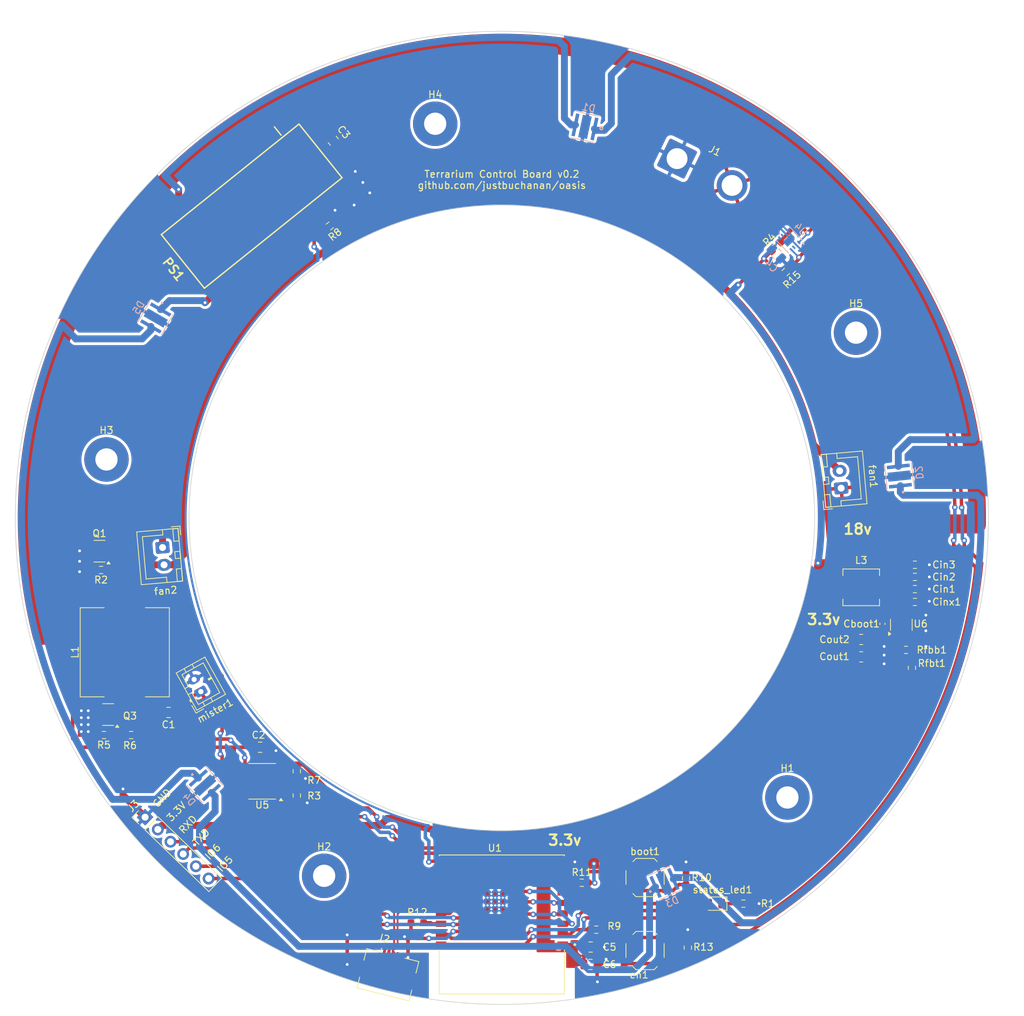
<source format=kicad_pcb>
(kicad_pcb (version 20240108) (generator "pcbnew") (generator_version "8.0")
  (title_block (title "Terrarium Control Board") (rev "feb-2025") (company "Justin Buchanan"))
  (layers (0 "F.Cu" signal) (31 "B.Cu" signal) (34 "B.Paste" user) (35 "F.Paste" user) (36 "B.SilkS" user "B.Silkscreen") (37 "F.SilkS" user "F.Silkscreen") (38 "B.Mask" user) (39 "F.Mask" user) (44 "Edge.Cuts" user))
  (net 0 "")
  (net 1 "GND")
  (net 2 "Net-(status_led1-K)")
  (net 12 "Net-(Q3-D)")
  (net 13 "Net-(D1-K)")
  (net 14 "Net-(D1-A)")
  (net 15 "Net-(mister1-Pin_1)")
  (net 16 "Net-(U1-IO8)")
  (net 17 "Net-(U6-SW)")
  (net 18 "Net-(U1-IO2)")
  (net 19 "Net-(U1-IO9)")
  (net 20 "Net-(U1-EN)")
  (net 21 "Net-(U6-CB)")
  (net 22 "Net-(U6-FB)")
  (net 23 "Net-(J3-Pin_5)")
  (net 24 "Net-(D2-K)")
  (net 25 "Net-(D3-K)")
  (net 26 "Net-(D4-K)")
  (net 27 "Net-(D5-K)")
  (net 28 "Net-(Q1-D)")
  (net 29 "Net-(J3-Pin_4)")
  (net 30 "/fan1_ctl")
  (net 31 "+3.3V")
  (net 32 "/mist_ctl")
  (net 33 "Net-(Q3-G)")
  (net 34 "+18V")
  (net 35 "Net-(J3-Pin_3)")
  (net 36 "/led_ctl")
  (net 39 "/usb_dminus")
  (net 40 "/usb_dplus")
  (net 41 "Net-(R10-Pad2)")
  (net 42 "Net-(J3-Pin_6)")
  (net 44 "unconnected-(H2-Pad1)")
  (net 48 "Net-(Q1-G)")
  (net 49 "Net-(U5-OUTB)")
  (net 50 "Net-(U1-IO0)")
  (net 51 "Net-(R13-Pad2)")
  (net 52 "Net-(U1-IO7)")
  (net 55 "Net-(U1-IO1)")
  (footprint "Capacitor_SMD:C_0805_2012Metric" (layer "F.Cu") (at 65.225 133)
    (property "Reference" "C2")
    (property "Value" ".1uF")
  )
  (footprint "Package_TO_SOT_SMD:SOT-23-6" (layer "F.Cu") (at 157.47 115.3875 90)
    (property "Reference" "U6")
    (property "Value" "LMR54406DBVR")
  )
  (footprint "Resistor_SMD:R_0603_1608Metric_Pad0.98x0.95mm_HandSolder" (layer "F.Cu") (at 46.6625 131.25 180)
    (property "Reference" "R6")
    (property "Value" "10")
  )
  (footprint "MountingHole:MountingHole_3.2mm_M3_Pad" (layer "F.Cu") (at 150.957 73.36)
    (property "Reference" "H5")
    (property "Value" "MountingHole_Pad")
  )
  (footprint "Resistor_SMD:R_0603_1608Metric" (layer "F.Cu") (at 159.425001 112.099998)
    (property "Reference" "Cinx1")
    (property "Value" "100nF")
  )
  (footprint "Package_TO_SOT_SMD:SOT-23-3" (layer "F.Cu") (at 42.1125 104.8 180)
    (property "Reference" "Q1")
    (property "Value" "Q_NMOS_GDS")
  )
  (footprint "Capacitor_SMD:C_0805_2012Metric" (layer "F.Cu") (at 112.775 161.75)
    (property "Reference" "C5")
    (property "Value" "10uF")
  )
  (footprint "Resistor_SMD:R_0603_1608Metric" (layer "F.Cu") (at 159 121.575 90)
    (property "Reference" "Rfbt1")
    (property "Value" "69.8k")
  )
  (footprint "Resistor_SMD:R_0805_2012Metric" (layer "F.Cu") (at 151.699999 117.5)
    (property "Reference" "Cout2")
    (property "Value" "10uF")
  )
  (footprint "Button_Switch_SMD:SW_Push_1P1T_XKB_TS-1187A" (layer "F.Cu") (at 120.6 162.25 180)
    (property "Reference" "en1")
    (property "Value" "SW_Push")
  )
  (footprint "Connector_JST:JST_XH_B2B-XH-A_1x02_P2.50mm_Vertical" (layer "F.Cu") (at 51.186 104.271 -85)
    (property "Reference" "fan2")
    (property "Value" "Conn_01x02")
  )
  (footprint "MountingHole:MountingHole_3.2mm_M3_Pad" (layer "F.Cu") (at 74.433 151.503)
    (property "Reference" "H2")
    (property "Value" "MountingHole_Pad")
  )
  (footprint "Package_SO:SOIC-8-1EP_3.9x4.9mm_P1.27mm_EP2.29x3mm" (layer "F.Cu") (at 65.525 137.905 180)
    (property "Reference" "U5")
    (property "Value" "IX4427N")
  )
  (footprint "lib:MODULE_ESP32-C3-WROOM-02-H4" (layer "F.Cu") (at 100 158.5 180)
    (property "Reference" "U1")
    (property "Value" "ESP32-C3-WROOM-02-N4")
  )
  (footprint "MountingHole:MountingHole_3.2mm_M3_Pad" (layer "F.Cu") (at 43.117 91.6)
    (property "Reference" "H3")
    (property "Value" "MountingHole_Pad")
  )
  (footprint "Button_Switch_SMD:SW_Push_1P1T_XKB_TS-1187A" (layer "F.Cu") (at 120.6 151.75)
    (property "Reference" "boot1")
    (property "Value" "SW_Push")
  )
  (footprint "Resistor_SMD:R_0603_1608Metric_Pad0.98x0.95mm_HandSolder" (layer "F.Cu") (at 140.843602 64.633876 44)
    (property "Reference" "R15")
    (property "Value" "4.7k")
  )
  (footprint "Capacitor_SMD:C_0805_2012Metric" (layer "F.Cu") (at 112.75 164.25)
    (property "Reference" "C6")
    (property "Value" ".1uF")
  )
  (footprint "Connector_Wire:SolderWire-2.5sqmm_1x02_P8.8mm_D2.4mm_OD4.4mm" (layer "F.Cu") (at 125.206 48.319 -26)
    (property "Reference" "J1")
    (property "Value" "Conn_01x02")
  )
  (footprint "Resistor_SMD:R_0603_1608Metric_Pad0.98x0.95mm_HandSolder" (layer "F.Cu") (at 139.5 61 44)
    (property "Reference" "R4")
    (property "Value" "4.7k")
  )
  (footprint "LDD-700LS-SOP254P1280X930-16N:LDD-700LS-SOP254P1280X930-16N" (layer "F.Cu") (at 64.009 55.157 -51.25)
    (property "Reference" "PS1")
    (property "Value" "LDD-700LS" (hide yes))
  )
  (footprint "Resistor_SMD:R_0603_1608Metric" (layer "F.Cu") (at 159.425 106.75)
    (property "Reference" "Cin3")
    (property "Value" "1uF")
  )
  (footprint "MountingHole:MountingHole_3.2mm_M3_Pad" (layer "F.Cu") (at 90.411 43.305)
    (property "Reference" "H4")
    (property "Value" "MountingHole_Pad")
  )
  (footprint "Resistor_SMD:R_0603_1608Metric" (layer "F.Cu") (at 158.15 119 180)
    (property "Reference" "Rfbb1")
    (property "Value" "22.1k")
  )
  (footprint "Connector_PinHeader_2.54mm:PinHeader_1x06_P2.54mm_Vertical" (layer "F.Cu") (at 48.675 143.067 46)
    (property "Reference" "J3")
    (property "Value" "Conn_01x06")
  )
  (footprint "Resistor_SMD:R_0603_1608Metric_Pad0.98x0.95mm_HandSolder" (layer "F.Cu") (at 70.5 136.4525 -90)
    (property "Reference" "R7")
    (property "Value" "10k")
  )
  (footprint "Resistor_SMD:R_0603_1608Metric_Pad0.98x0.95mm_HandSolder" (layer "F.Cu") (at 126.75 161.8375 -90)
    (property "Reference" "R13")
    (property "Value" "1k")
  )
  (footprint "Inductor_SMD:L_SXN_SMDRI127" (layer "F.Cu") (at 45.75 119.341 90)
    (property "Reference" "L1")
    (property "Value" "330uH")
  )
  (footprint "Capacitor_SMD:C_0805_2012Metric" (layer "F.Cu") (at 75.75 45.75 128.75)
    (property "Reference" "C3")
    (property "Value" ".1uF")
  )
  (footprint "Capacitor_SMD:C_0402_1005Metric" (layer "F.Cu") (at 154.75 115.25 -90)
    (property "Reference" "Cboot1")
    (property "Value" "100nF")
  )
  (footprint "Connector_JST:JST_XH_B2B-XH-A_1x02_P2.50mm_Vertical" (layer "F.Cu") (at 148.814 95.729 95)
    (property "Reference" "fan1")
    (property "Value" "Conn_01x02")
  )
  (footprint "Resistor_SMD:R_0603_1608Metric" (layer "F.Cu") (at 159.425001 110.25)
    (property "Reference" "Cin1")
    (property "Value" "1uF")
  )
  (footprint "Resistor_SMD:R_0603_1608Metric_Pad0.98x0.95mm_HandSolder" (layer "F.Cu") (at 126.5 151.8375 -90)
    (property "Reference" "R10")
    (property "Value" "10k")
  )
  (footprint "Resistor_SMD:R_0603_1608Metric_Pad0.98x0.95mm_HandSolder" (layer "F.Cu") (at 42.75 131.25 180)
    (property "Reference" "R5")
    (property "Value" "10k")
  )
  (footprint "Resistor_SMD:R_0603_1608Metric_Pad0.98x0.95mm_HandSolder" (layer "F.Cu") (at 113.5875 159.25 180)
    (property "Reference" "R9")
    (property "Value" "10k")
  )
  (footprint "Package_TO_SOT_SMD:SOT-23-3" (layer "F.Cu") (at 43.3625 128.3 180)
    (property "Reference" "Q3")
    (property "Value" "Q_NMOS_GDS")
  )
  (footprint "Inductor_SMD:L_Vishay_IHLP-2020" (layer "F.Cu") (at 151.699998 110 180)
    (property "Reference" "L3")
    (property "Value" "10uH")
  )
  (footprint "Resistor_SMD:R_0603_1608Metric_Pad0.98x0.95mm_HandSolder" (layer "F.Cu") (at 70.5 139.9525 -90)
    (property "Reference" "R3")
    (property "Value" "10k")
  )
  (footprint "Capacitor_SMD:C_0805_2012Metric" (layer "F.Cu") (at 52.05 128)
    (property "Reference" "C1")
    (property "Value" ".1uF")
  )
  (footprint "Resistor_SMD:R_0603_1608Metric" (layer "F.Cu") (at 159.425001 108.5)
    (property "Reference" "Cin2")
    (property "Value" "1uF")
  )
  (footprint "Connector_JST:JST_PH_B2B-PH-K_1x02_P2.00mm_Vertical" (layer "F.Cu") (at 56.699 125 119)
    (property "Reference" "mister1")
    (property "Value" "Conn_01x02")
  )
  (footprint "Resistor_SMD:R_0603_1608Metric_Pad0.98x0.95mm_HandSolder" (layer "F.Cu") (at 75.25 58 38.75)
    (property "Reference" "R8")
    (property "Value" "10k")
  )
  (footprint "Resistor_SMD:R_0603_1608Metric_Pad0.98x0.95mm_HandSolder" (layer "F.Cu") (at 111.5 152.5 180)
    (property "Reference" "R11")
    (property "Value" "10k")
  )
  (footprint "LED_SMD:LED_0805_2012Metric" (layer "F.Cu") (at 130.6875 155.5 180)
    (property "Reference" "status_led1")
    (property "Value" "LED")
  )
  (footprint "Connector_USB:USB_Micro-B_Amphenol_10104110_Horizontal" (layer "F.Cu") (at 83.912 164.525 -14)
    (property "Reference" "J2")
    (property "Value" "USB_B_Micro")
  )
  (footprint "Resistor_SMD:R_0603_1608Metric_Pad0.98x0.95mm_HandSolder" (layer "F.Cu") (at 42.3375 107.5 180)
    (property "Reference" "R2")
    (property "Value" "10k")
  )
  (footprint "Resistor_SMD:R_0805_2012Metric" (layer "F.Cu") (at 151.699999 120)
    (property "Reference" "Cout1")
    (property "Value" "10uF")
  )
  (footprint "MountingHole:MountingHole_3.2mm_M3_Pad" (layer "F.Cu") (at 141.082 140.231)
    (property "Reference" "H1")
    (property "Value" "MountingHole_Pad")
  )
  (footprint "Resistor_SMD:R_0603_1608Metric_Pad0.98x0.95mm_HandSolder" (layer "F.Cu") (at 87.8375 158.25 180)
    (property "Reference" "R12")
    (property "Value" "10k")
  )
  (footprint "Resistor_SMD:R_0603_1608Metric_Pad0.98x0.95mm_HandSolder" (layer "F.Cu") (at 134.75 155.5 180)
    (property "Reference" "R1")
    (property "Value" "470")
  )
  (footprint "lib:LED_XTEAWT-00-0000-000000F51" (layer "B.Cu") (at 111.955 43.757 168)
    (property "Reference" "D1")
    (property "Value" "LED_Pad")
  )
  (footprint "lib:LED_XTEAWT-00-0000-000000F51" (layer "B.Cu") (at 50.204 71.25 -120)
    (property "Reference" "D5")
    (property "Value" "LED_Pad")
  )
  (footprint "lib:LED_XTEAWT-00-0000-000000F51" (layer "B.Cu") (at 57.269 138.475 -48)
    (property "Reference" "D4")
    (property "Value" "LED_Pad")
  )
  (footprint "lib:LED_XTEAWT-00-0000-000000F51" (layer "B.Cu") (at 157.185 93.99 96)
    (property "Reference" "D2")
    (property "Value" "LED_Pad")
  )
  (footprint "Capacitor_SMD:C_0805_2012Metric" (layer "B.Cu") (at 139.5 62 134)
    (property "Reference" "C4")
    (property "Value" ".1uF")
  )
  (footprint "Sensor_Humidity:Sensirion_DFN-8-1EP_2.5x2.5mm_P0.5mm_EP1.1x1.7mm" (layer "B.Cu") (at 141.362 60.057 134)
    (property "Reference" "U4")
    (property "Value" "SHT30-DIS")
  )
  (footprint "lib:LED_XTEAWT-00-0000-000000F51" (layer "B.Cu") (at 123.387 152.529 24)
    (property "Reference" "D3")
    (property "Value" "LED_Pad")
  )
  (gr_arc (start 149.82373 57.96123) (mid 160.965373 76.915685) (end 165.172083 98.496027) (stroke (width 0.5)) (layer "F.Cu") (net 55))
  (gr_arc (start 169.028757 106.526357) (mid 158.372641 137.41921) (end 134.75 160) (stroke (width 0.5)) (layer "F.Cu") (net 50))
  (gr_arc (start 150.020897 56.698328) (mid 161.733441 76.206994) (end 166.143514 98.530143) (stroke (width 0.5)) (layer "F.Cu") (net 50))
  (gr_arc (start 168.133278 107.626859) (mid 157.835568 136.815207) (end 135.75 158.499999) (stroke (width 0.5)) (layer "F.Cu") (net 55))
  (gr_arc (start 33.75 117) (mid 91.928023 32.081625) (end 168.389076 100.998388) (stroke (width 2.5)) (layer "F.Cu") (net 34))
  (gr_arc (start 54.250001 105.25) (mid 92.101972 54.632102) (end 144.832658 89.480606) (stroke (width 1)) (layer "F.Cu") (net 28))
  (gr_arc (start 145.479364 106.514592) (mid 123.70787 139.354153) (end 84.5 143.25) (stroke (width 1)) (layer "F.Cu") (net 31))
  (gr_arc (start 118.5 33.500001) (mid 151.27464 53.789491) (end 168.058949 88.490031) (stroke (width 1)) (layer "B.Cu") (net 13))
  (gr_arc (start 44.000001 140.499999) (mid 31.280008 107.335701) (end 36.712724 72.233643) (stroke (width 1)) (layer "B.Cu") (net 26))
  (gr_arc (start 168.858983 97.291974) (mid 161.179046 132.082518) (end 137 158.25) (stroke (width 1)) (layer "B.Cu") (net 24))
  (gr_arc (start 51.5 50.75) (mid 77.638037 34.595451) (end 108.195128 31.365809) (stroke (width 1)) (layer "B.Cu") (net 14))
  (gr_arc (start 89.417279 144.255011) (mid 55.340028 108.717046) (end 73.552066 62.972892) (stroke (width 0.3)) (layer "B.Cu") (net 36))
  (gr_arc (start 132.786326 67.78887) (mid 143.667208 85.658629) (end 145.499999 106.5) (stroke (width 1)) (layer "B.Cu") (net 31))
  (gr_circle (center 100 100) (end 170 100) (stroke (width 0.1)) (fill none) (layer "Edge.Cuts"))
  (gr_circle (center 100 100) (end 145 100) (stroke (width 0.1)) (fill none) (layer "Edge.Cuts"))
  (gr_text "IO6" (at 57.5 149 46) (layer "F.SilkS") (effects (font (size 1 1)) (justify left)))
  (gr_text "18v" (at 149 102.5 0) (layer "F.SilkS") (effects (font (size 1.5 1.5) (thickness 0.3) (bold yes)) (justify left bottom)))
  (gr_text "3.3V" (at 52 143.5 46) (layer "F.SilkS") (effects (font (size 1 1)) (justify left)))
  (gr_text "GND" (at 50 141.5 46) (layer "F.SilkS") (effects (font (size 1 1)) (justify left)))
  (gr_text "Terrarium Control Board v0.2\ngithub.com/justbuchanan/oasis" (at 100 52.75 0) (layer "F.SilkS") (effects (font (size 1 1)) (justify bottom)))
  (gr_text "TXD" (at 55.75 147 46) (layer "F.SilkS") (effects (font (size 1 1)) (justify left)))
  (gr_text "3.3v" (at 106.5 147.25 0) (layer "F.SilkS") (effects (font (size 1.5 1.5) (thickness 0.3) (bold yes)) (justify left bottom)))
  (gr_text "3.3v" (at 143.75 115.5 0) (layer "F.SilkS") (effects (font (size 1.5 1.5) (thickness 0.3) (bold yes)) (justify left bottom)))
  (gr_text "RXD" (at 53.75 145.25 46) (layer "F.SilkS") (effects (font (size 1 1)) (justify left)))
  (gr_text "IO5" (at 59.25 150.75 46) (layer "F.SilkS") (effects (font (size 1 1)) (justify left)))
  (segment (start 86.41446 163.33554) (end 86.5 163.25) (width 0.5) (layer "F.Cu") (net 1))
  (segment (start 69.675 137.365) (end 70.5 137.365) (width 0.5) (layer "F.Cu") (net 1))
  (segment (start 113.725 161.75) (end 114.75 161.75) (width 0.5) (layer "F.Cu") (net 1))
  (segment (start 126.5 150.925) (end 126.5 149.5) (width 0.5) (layer "F.Cu") (net 1))
  (segment (start 77.75 164.25) (end 78 164.5) (width 0.5) (layer "F.Cu") (net 1))
  (segment (start 98.49 155.2) (end 99.04 155.2) (width 0.5) (layer "F.Cu") (net 1))
  (segment (start 81.852664 164.879177) (end 82.481661 165.508174) (width 0.25) (layer "F.Cu") (net 1))
  (segment (start 99.04 155.2) (end 99.59 155.2) (width 0.5) (layer "F.Cu") (net 1))
  (segment (start 79.579716 164.5) (end 79.958893 164.879177) (width 0.5) (layer "F.Cu") (net 1))
  (segment (start 100.14 156.3) (end 99.59 156.3) (width 0.5) (layer "F.Cu") (net 1))
  (segment (start 71.75 137.5) (end 71.615 137.365) (width 0.5) (layer "F.Cu") (net 1))
  (segment (start 99.04 154.1) (end 99.04 154.65) (width 0.5) (layer "F.Cu") (net 1))
  (segment (start 86.5 164.277938) (end 86.5 163.25) (width 0.5) (layer "F.Cu") (net 1))
  (segment (start 110.4 149.4) (end 110.5 149.5) (width 0.5) (layer "F.Cu") (net 1))
  (segment (start 99.59 155.2) (end 100.14 155.2) (width 0.5) (layer "F.Cu") (net 1))
  (segment (start 97.94 156.3) (end 98.49 156.3) (width 0.5) (layer "F.Cu") (net 1))
  (segment (start 71.615 137.365) (end 70.5 137.365) (width 0.5) (layer "F.Cu") (net 1))
  (segment (start 97.94 154.1) (end 98.49 154.1) (width 0.5) (layer "F.Cu") (net 1))
  (segment (start 82.481661 165.508174) (end 84.15692 165.508174) (width 0.25) (layer "F.Cu") (net 1))
  (segment (start 114.25 164.25) (end 115 163.5) (width 0.5) (layer "F.Cu") (net 1))
  (segment (start 97.94 154.65) (end 97.94 155.2) (width 0.5) (layer "F.Cu") (net 1))
  (segment (start 99.04 154.1) (end 99.59 154.1) (width 0.5) (layer "F.Cu") (net 1))
  (segment (start 45.5 139.892) (end 45.5 139) (width 1) (layer "F.Cu") (net 1))
  (segment (start 77.75 164.25) (end 77.75 160) (width 0.5) (layer "F.Cu") (net 1))
  (segment (start 69.58 137.27) (end 69.675 137.365) (width 0.5) (layer "F.Cu") (net 1))
  (segment (start 99.59 154.1) (end 100.14 154.1) (width 0.5) (layer "F.Cu") (net 1))
  (segment (start 86.5 163.25) (end 86.5 160.75) (width 0.5) (layer "F.Cu") (net 1))
  (segment (start 99.04 156.3) (end 99.04 155.75) (width 0.5) (layer "F.Cu") (net 1))
  (segment (start 48.675 143.067) (end 45.5 139.892) (width 1) (layer "F.Cu") (net 1))
  (segment (start 66.175 133) (end 67 133) (width 0.5) (layer "F.Cu") (net 1))
  (segment (start 70.5 140.865) (end 71.865 140.865) (width 0.5) (layer "F.Cu") (net 1))
  (segment (start 78 164.5) (end 79.579716 164.5) (width 0.5) (layer "F.Cu") (net 1))
  (segment (start 39.3 104.8) (end 39.25 104.75) (width 0.5) (layer "F.Cu") (net 1))
  (segment (start 97.94 154.65) (end 97.94 154.1) (width 0.5) (layer "F.Cu") (net 1))
  (segment (start 108.75 149.4) (end 110.4 149.4) (width 0.5) (layer "F.Cu") (net 1))
  (segment (start 99.59 156.3) (end 99.04 156.3) (width 0.5) (layer "F.Cu") (net 1))
  (segment (start 68 137.27) (end 69.58 137.27) (width 0.5) (layer "F.Cu") (net 1))
  (segment (start 86.5 164.277938) (end 84.713342 166.064596) (width 0.25) (layer "F.Cu") (net 1))
  (segment (start 79.958892 164.879177) (end 81.852664 164.879177) (width 0.25) (layer "F.Cu") (net 1))
  (segment (start 113.7 166.7) (end 113.75 166.75) (width 0.5) (layer "F.Cu") (net 1))
  (segment (start 98.49 156.3) (end 99.04 156.3) (width 0.5) (layer "F.Cu") (net 1))
  (segment (start 98.49 154.1) (end 99.04 154.1) (width 0.5) (layer "F.Cu") (net 1))
  (segment (start 99.04 155.2) (end 99.04 155.75) (width 0.5) (layer "F.Cu") (net 1))
  (segment (start 97.94 155.2) (end 98.49 155.2) (width 0.5) (layer "F.Cu") (net 1))
  (segment (start 100.14 155.75) (end 100.14 156.3) (width 0.5) (layer "F.Cu") (net 1))
  (segment (start 99.04 155.2) (end 99.04 154.65) (width 0.5) (layer "F.Cu") (net 1))
  (segment (start 84.713342 166.064596) (end 86.607114 166.064596) (width 0.25) (layer "F.Cu") (net 1))
  (segment (start 100.14 155.2) (end 100.14 155.75) (width 0.5) (layer "F.Cu") (net 1))
  (segment (start 86.607114 166.064596) (end 87.23611 166.693592) (width 0.25) (layer "F.Cu") (net 1))
  (segment (start 87.792519 167.25) (end 87.236111 166.693592) (width 0.5) (layer "F.Cu") (net 1))
  (segment (start 135.6625 155.5) (end 137 155.5) (width 0.5) (layer "F.Cu") (net 1))
  (segment (start 84.15692 165.508174) (end 84.713342 166.064596) (width 0.25) (layer "F.Cu") (net 1))
  (segment (start 113.7 164.25) (end 114.25 164.25) (width 0.5) (layer "F.Cu") (net 1))
  (segment (start 113.7 164.25) (end 113.7 166.7) (width 0.5) (layer "F.Cu") (net 1))
  (segment (start 86.5 160.75) (end 86 160.25) (width 0.5) (layer "F.Cu") (net 1))
  (segment (start 85.548363 163.33554) (end 86.41446 163.33554) (width 0.5) (layer "F.Cu") (net 1))
  (segment (start 126.75 159.25) (end 126.75 160.925) (width 0.5) (layer "F.Cu") (net 1))
  (segment (start 97.94 155.2) (end 97.94 155.75) (width 0.5) (layer "F.Cu") (net 1))
  (segment (start 67 133) (end 67.5 133.5) (width 0.5) (layer "F.Cu") (net 1))
  (segment (start 100.14 154.1) (end 100.14 154.65) (width 0.5) (layer "F.Cu") (net 1))
  (segment (start 71.865 140.865) (end 72 141) (width 0.5) (layer "F.Cu") (net 1))
  (segment (start 100.14 154.65) (end 100.14 155.2) (width 0.5) (layer "F.Cu") (net 1))
  (segment (start 97.94 156.3) (end 97.94 155.75) (width 0.5) (layer "F.Cu") (net 1))
  (via (at 161.5 106.75) (size 0.8) (drill 0.4) (layers "F.Cu" "B.Cu") (net 1))
  (via (at 86.5 163.25) (size 0.8) (drill 0.4) (layers "F.Cu" "B.Cu") (net 1))
  (via (at 71.75 137.5) (size 0.8) (drill 0.4) (layers "F.Cu" "B.Cu") (net 1))
  (via (at 155 121) (size 0.8) (drill 0.4) (layers "F.Cu" "B.Cu") (net 1))
  (via (at 161.5 110.25) (size 0.8) (drill 0.4) (layers "F.Cu" "B.Cu") (net 1))
  (via (at 155 118.5) (size 0.8) (drill 0.4) (layers "F.Cu" "B.Cu") (net 1))
  (via (at 39.5 128.75) (size 0.8) (drill 0.4) (layers "F.Cu" "B.Cu") (net 1))
  (via (at 40.5 128.75) (size 0.8) (drill 0.4) (layers "F.Cu" "B.Cu") (net 1))
  (via (at 113.75 166.75) (size 0.8) (drill 0.4) (layers "F.Cu" "B.Cu") (net 1))
  (via (at 115 163.5) (size 0.8) (drill 0.4) (layers "F.Cu" "B.Cu") (net 1))
  (via (at 77.75 164.25) (size 0.8) (drill 0.4) (layers "F.Cu" "B.Cu") (net 1))
  (via (at 39.25 104.75) (size 0.8) (drill 0.4) (layers "F.Cu" "B.Cu") (net 1))
  (via (at 39.5 130.75) (size 0.8) (drill 0.4) (layers "F.Cu" "B.Cu") (net 1))
  (via (at 45.5 139) (size 0.8) (drill 0.4) (layers "F.Cu" "B.Cu") (net 1))
  (via (at 39.25 106.25) (size 0.8) (drill 0.4) (layers "F.Cu" "B.Cu") (net 1))
  (via (at 137 155.5) (size 0.8) (drill 0.4) (layers "F.Cu" "B.Cu") (net 1))
  (via (at 114.75 161.75) (size 0.8) (drill 0.4) (layers "F.Cu" "B.Cu") (net 1))
  (via (at 67.5 133.5) (size 0.8) (drill 0.4) (layers "F.Cu" "B.Cu") (net 1))
  (via (at 161 114) (size 0.8) (drill 0.4) (layers "F.Cu" "B.Cu") (net 1))
  (via (at 39.25 107.75) (size 0.8) (drill 0.4) (layers "F.Cu" "B.Cu") (net 1))
  (via (at 161 116.25) (size 0.8) (drill 0.4) (layers "F.Cu" "B.Cu") (net 1))
  (via (at 39.5 129.75) (size 0.8) (drill 0.4) (layers "F.Cu" "B.Cu") (net 1))
  (via (at 39.5 127.75) (size 0.8) (drill 0.4) (layers "F.Cu" "B.Cu") (net 1))
  (via (at 161.5 108.5) (size 0.8) (drill 0.4) (layers "F.Cu" "B.Cu") (net 1))
  (via (at 161.5 112) (size 0.8) (drill 0.4) (layers "F.Cu" "B.Cu") (net 1))
  (via (at 78.75 55) (size 0.8) (drill 0.4) (layers "F.Cu" "B.Cu") (net 1))
  (via (at 72 141) (size 0.8) (drill 0.4) (layers "F.Cu" "B.Cu") (net 1))
  (via (at 80 51.75) (size 0.8) (drill 0.4) (layers "F.Cu" "B.Cu") (net 1))
  (via (at 86 160.25) (size 0.8) (drill 0.4) (layers "F.Cu" "B.Cu") (net 1))
  (via (at 155 119.75) (size 0.8) (drill 0.4) (layers "F.Cu" "B.Cu") (net 1))
  (via (at 110.5 149.5) (size 0.8) (drill 0.4) (layers "F.Cu" "B.Cu") (net 1))
  (via (at 161 118.5) (size 0.8) (drill 0.4) (layers "F.Cu" "B.Cu") (net 1))
  (via (at 126.75 159.25) (size 0.8) (drill 0.4) (layers "F.Cu" "B.Cu") (net 1))
  (via (at 78.912498 50.162498) (size 0.8) (drill 0.4) (layers "F.Cu" "B.Cu") (net 1))
  (via (at 40.5 127.75) (size 0.8) (drill 0.4) (layers "F.Cu" "B.Cu") (net 1))
  (via (at 77.75 160) (size 0.8) (drill 0.4) (layers "F.Cu" "B.Cu") (net 1))
  (via (at 81 53.25) (size 0.8) (drill 0.4) (layers "F.Cu" "B.Cu") (net 1))
  (via (at 40.5 130.75) (size 0.8) (drill 0.4) (layers "F.Cu" "B.Cu") (net 1))
  (via (at 76 55.75) (size 0.8) (drill 0.4) (layers "F.Cu" "B.Cu") (net 1))
  (via (at 126.5 149.5) (size 0.8) (drill 0.4) (layers "F.Cu" "B.Cu") (net 1))
  (via (at 40.5 129.75) (size 0.8) (drill 0.4) (layers "F.Cu" "B.Cu") (net 1))
  (segment (start 141.5 59.105501) (end 141.5 59.919) (width 0.25) (layer "B.Cu") (net 1))
  (segment (start 141.686499 60.057) (end 141.362 60.057) (width 0.25) (layer "B.Cu") (net 1))
  (segment (start 141.5 59.919) (end 141.362 60.057) (width 0.25) (layer "B.Cu") (net 1))
  (segment (start 141.085281 58.690782) (end 141.5 59.105501) (width 0.25) (layer "B.Cu") (net 1))
  (segment (start 141.362 59.6745) (end 141.362 60.057) (width 0.25) (layer "B.Cu") (net 1))
  (segment (start 142.358059 60.72856) (end 141.686499 60.057) (width 0.25) (layer "B.Cu") (net 1))
  (segment (start 142.358059 60.72856) (end 143.129499 61.5) (width 0.25) (layer "B.Cu") (net 1))
  (segment (start 140.725611 59.038111) (end 140.09375 58.40625) (width 0.25) (layer "B.Cu") (net 1))
  (segment (start 140.725611 59.038111) (end 141.362 59.6745) (width 0.25) (layer "B.Cu") (net 1))
  (segment (start 131.625 155.5) (end 133.8375 155.5) (width 0.5) (layer "F.Cu") (net 2))
  (segment (start 115.75 43.25) (end 115.75 36.250001) (width 1) (layer "B.Cu") (net 13))
  (segment (start 158.75 88.75) (end 167.79898 88.75) (width 1) (layer "B.Cu") (net 13))
  (segment (start 113.526331 44.25) (end 114.75 44.25) (width 1) (layer "B.Cu") (net 13))
  (segment (start 157.038662 92.597669) (end 157.038662 90.461338) (width 1) (layer "B.Cu") (net 13))
  (segment (start 115.75 36.250001) (end 118.5 33.500001) (width 1) (layer "B.Cu") (net 13))
  (segment (start 157.038662 90.461338) (end 158.75 88.75) (width 1) (layer "B.Cu") (net 13))
  (segment (start 113.324408 44.048077) (end 113.526331 44.25) (width 1) (layer "B.Cu") (net 13))
  (segment (start 114.75 44.25) (end 115.75 43.25) (width 1) (layer "B.Cu") (net 13))
  (segment (start 167.79898 88.75) (end 168.058949 88.490031) (width 1) (layer "B.Cu") (net 13))
  (segment (start 54.648064 55) (end 55.254248 54.393816) (width 1) (layer "F.Cu") (net 14))
  (segment (start 54.25 55.007003) (end 53.273342 55.983661) (width 1) (layer "F.Cu") (net 14))
  (segment (start 53.5 54.25) (end 54.25 55) (width 1) (layer "F.Cu") (net 14))
  (segment (start 54.25 55) (end 54.648064 55) (width 1) (layer "F.Cu") (net 14))
  (segment (start 54.25 55) (end 54.25 55.007003) (width 1) (layer "F.Cu") (net 14))
  (segment (start 53.5 52.75) (end 53.5 54.25) (width 1) (layer "F.Cu") (net 14))
  (via (at 53.5 52.75) (size 0.8) (drill 0.4) (layers "F.Cu" "B.Cu") (net 14))
  (segment (start 108 31.592572) (end 108.19084 31.401732) (width 0.5) (layer "B.Cu") (net 14))
  (segment (start 53.5 52.75) (end 51.5 50.75) (width 1) (layer "B.Cu") (net 14))
  (segment (start 109 32.170681) (end 108.195128 31.365809) (width 1) (layer "B.Cu") (net 14))
  (segment (start 109.965924 43.465924) (end 109 42.5) (width 1) (layer "B.Cu") (net 14))
  (segment (start 109 42.5) (end 109 32.170681) (width 1) (layer "B.Cu") (net 14))
  (segment (start 110.585593 43.465924) (end 109.965924 43.465924) (width 1) (layer "B.Cu") (net 14))
  (segment (start 110.4875 152.4) (end 110.5875 152.5) (width 0.5) (layer "F.Cu") (net 16))
  (segment (start 108.75 152.4) (end 110.4875 152.4) (width 0.5) (layer "F.Cu") (net 16))
  (segment (start 88.75 158.25) (end 89.75 158.25) (width 0.5) (layer "F.Cu") (net 18))
  (segment (start 89.75 158.25) (end 89.9 158.4) (width 0.5) (layer "F.Cu") (net 18))
  (segment (start 89.9 158.4) (end 91.25 158.4) (width 0.5) (layer "F.Cu") (net 18))
  (segment (start 115.875 149.875) (end 117.6 149.875) (width 0.5) (layer "F.Cu") (net 19))
  (segment (start 117.6 149.875) (end 123.6 149.875) (width 0.5) (layer "F.Cu") (net 19))
  (segment (start 114.85 150.9) (end 115.875 149.875) (width 0.5) (layer "F.Cu") (net 19))
  (segment (start 108.75 150.9) (end 114.85 150.9) (width 0.5) (layer "F.Cu") (net 19))
  (segment (start 117.6 159.35) (end 117.6 160.375) (width 0.5) (layer "F.Cu") (net 20))
  (segment (start 112.675 159.25) (end 113.675 158.25) (width 0.5) (layer "F.Cu") (net 20))
  (segment (start 110.5 159.25) (end 112.675 159.25) (width 0.5) (layer "F.Cu") (net 20))
  (segment (start 117.6 160.375) (end 123.6 160.375) (width 0.5) (layer "F.Cu") (net 20))
  (segment (start 116.5 158.25) (end 117.6 159.35) (width 0.5) (layer "F.Cu") (net 20))
  (segment (start 113.675 158.25) (end 116.5 158.25) (width 0.5) (layer "F.Cu") (net 20))
  (segment (start 108.75 159.9) (end 109.85 159.9) (width 0.5) (layer "F.Cu") (net 20))
  (segment (start 109.85 159.9) (end 110.5 159.25) (width 0.5) (layer "F.Cu") (net 20))
  (segment (start 156.025 116.525) (end 155.23 115.73) (width 0.5) (layer "F.Cu") (net 21))
  (segment (start 155.23 115.73) (end 154.75 115.73) (width 0.5) (layer "F.Cu") (net 21))
  (segment (start 156.52 116.525) (end 156.025 116.525) (width 0.5) (layer "F.Cu") (net 21))
  (segment (start 158.975 119) (end 158.975 120.725) (width 0.5) (layer "F.Cu") (net 22))
  (segment (start 158.42 116.525) (end 158.42 117.67) (width 0.5) (layer "F.Cu") (net 22))
  (segment (start 158.42 117.67) (end 158.975 118.225) (width 0.5) (layer "F.Cu") (net 22))
  (segment (start 158.975 118.225) (end 158.975 119) (width 0.5) (layer "F.Cu") (net 22))
  (segment (start 158.975 120.725) (end 159 120.75) (width 0.5) (layer "F.Cu") (net 22))
  (segment (start 55.983493 150.124729) (end 65.124729 150.124729) (width 0.5) (layer "F.Cu") (net 23))
  (segment (start 107.5 155.4) (end 108.75 155.4) (width 0.5) (layer "F.Cu") (net 23))
  (segment (start 104.5 155.25) (end 102.75 155.25) (width 0.5) (layer "F.Cu") (net 23))
  (segment (start 72 157) (end 83.25 157) (width 0.5) (layer "F.Cu") (net 23))
  (segment (start 100.434359 157.565641) (end 93.043761 157.565641) (width 0.5) (layer "F.Cu") (net 23))
  (segment (start 83.25 157) (end 83.5 157.25) (width 0.5) (layer "F.Cu") (net 23))
  (segment (start 65.124729 150.124729) (end 72 157) (width 0.5) (layer "F.Cu") (net 23))
  (segment (start 102.75 155.25) (end 100.434359 157.565641) (width 0.5) (layer "F.Cu") (net 23))
  (via (at 83.5 157.25) (size 0.8) (drill 0.4) (layers "F.Cu" "B.Cu") (net 23))
  (via (at 104.5 155.25) (size 0.8) (drill 0.4) (layers "F.Cu" "B.Cu") (net 23))
  (via (at 107.5 155.4) (size 0.8) (drill 0.4) (layers "F.Cu" "B.Cu") (net 23))
  (via (at 93.043761 157.565641) (size 0.8) (drill 0.4) (layers "F.Cu" "B.Cu") (net 23))
  (segment (start 92.97812 157.5) (end 83.75 157.5) (width 0.5) (layer "B.Cu") (net 23))
  (segment (start 107.2 155.25) (end 107.35 155.4) (width 0.5) (layer "B.Cu") (net 23))
  (segment (start 93.043761 157.565641) (end 92.97812 157.5) (width 0.5) (layer "B.Cu") (net 23))
  (segment (start 107.35 155.4) (end 107.5 155.4) (width 0.5) (layer "B.Cu") (net 23))
  (segment (start 83.75 157.5) (end 83.5 157.25) (width 0.5) (layer "B.Cu") (net 23))
  (segment (start 104.5 155.25) (end 107.2 155.25) (width 0.5) (layer "B.Cu") (net 23))
  (segment (start 124.665965 151.959568) (end 124.875533 151.75) (width 1) (layer "B.Cu") (net 24))
  (segment (start 134.5 158.25) (end 137 158.25) (width 1) (layer "B.Cu") (net 24))
  (segment (start 124.875533 151.75) (end 128 151.75) (width 1) (layer "B.Cu") (net 24))
  (segment (start 128 151.75) (end 134.5 158.25) (width 1) (layer "B.Cu") (net 24))
  (segment (start 157.33134 95.382331) (end 157.33134 96.33134) (width 1) (layer "B.Cu") (net 24))
  (segment (start 157.33134 96.33134) (end 157.75 96.75) (width 1) (layer "B.Cu") (net 24))
  (segment (start 168.858983 97.291974) (end 168.317009 96.75) (width 1) (layer "B.Cu") (net 24))
  (segment (start 157.75 96.75) (end 168.317009 96.75) (width 1) (layer "B.Cu") (net 24))
  (segment (start 121.25 162.75) (end 119 165) (width 1) (layer "B.Cu") (net 25))
  (segment (start 109.15 161.65) (end 70.801754 161.65) (width 1) (layer "B.Cu") (net 25))
  (segment (start 121.25 153.956467) (end 121.25 162.75) (width 1) (layer "B.Cu") (net 25))
  (segment (start 70.801754 161.65) (end 56.5 147.348246) (width 1) (layer "B.Cu") (net 25))
  (segment (start 122.108035 153.098432) (end 121.25 153.956467) (width 1) (layer "B.Cu") (net 25))
  (segment (start 56.5 147.348246) (end 56.5 144.5) (width 1) (layer "B.Cu") (net 25))
  (segment (start 58.75 140.05962) (end 58.205783 139.515403) (width 1) (layer "B.Cu") (net 25))
  (segment (start 119 165) (end 112.5 165) (width 1) (layer "B.Cu") (net 25))
  (segment (start 112.5 165) (end 109.15 161.65) (width 1) (layer "B.Cu") (net 25))
  (segment (start 58.75 142.25) (end 58.75 140.05962) (width 1) (layer "B.Cu") (net 25))
  (segment (start 56.5 144.5) (end 58.75 142.25) (width 1) (layer "B.Cu") (net 25))
  (segment (start 56.332217 137.434597) (end 55.64762 136.75) (width 1) (layer "B.Cu") (net 26))
  (segment (start 38.681469 74.202388) (end 36.712724 72.233643) (width 1) (layer "B.Cu") (net 26))
  (segment (start 55.64762 136.75) (end 54 136.75) (width 1) (layer "B.Cu") (net 26))
  (segment (start 49.504 72.996) (end 48.25 74.25) (width 1) (layer "B.Cu") (net 26))
  (segment (start 38.681469 74.25) (end 38.681469 74.202388) (width 1) (layer "B.Cu") (net 26))
  (segment (start 54 136.75) (end 50.250001 140.499999) (width 1) (layer "B.Cu") (net 26))
  (segment (start 50.250001 140.499999) (end 44.000001 140.499999) (width 1) (layer "B.Cu") (net 26))
  (segment (start 49.504 72.462436) (end 49.504 72.996) (width 1) (layer "B.Cu") (net 26))
  (segment (start 48.25 74.25) (end 38.681469 74.25) (width 1) (layer "B.Cu") (net 26))
  (segment (start 57.293785 69.043785) (end 60.878312 65.459258) (width 1) (layer "F.Cu") (net 27))
  (segment (start 60.878312 65.459258) (end 61.269373 65.459258) (width 1) (layer "F.Cu") (net 27))
  (segment (start 61.269373 65.459258) (end 62.859219 63.869412) (width 1) (layer "F.Cu") (net 27))
  (via (at 57.293785 69.043785) (size 0.8) (drill 0.4) (layers "F.Cu" "B.Cu") (net 27))
  (segment (start 50.904 70.037564) (end 52.191564 68.75) (width 1) (layer "B.Cu") (net 27))
  (segment (start 57 68.75) (end 57.293785 69.043785) (width 1) (layer "B.Cu") (net 27))
  (segment (start 52.191564 68.75) (end 57 68.75) (width 1) (layer "B.Cu") (net 27))
  (segment (start 51.403889 106.761487) (end 47.261487 106.761487) (width 1) (layer "F.Cu") (net 28))
  (segment (start 148.542312 93.238513) (end 148.596111 93.238513) (width 1) (layer "F.Cu") (net 28))
  (segment (start 52.738514 106.761487) (end 54.250001 105.25) (width 1) (layer "F.Cu") (net 28))
  (segment (start 146.5 91.147948) (end 146.505546 91.147948) (width 1) (layer "F.Cu") (net 28))
  (segment (start 51.403889 106.761487) (end 52.738514 106.761487) (width 1) (layer "F.Cu") (net 28))
  (segment (start 47.261487 106.761487) (end 46 105.5) (width 1) (layer "F.Cu") (net 28))
  (segment (start 46 105.5) (end 46 104) (width 1) (layer "F.Cu") (net 28))
  (segment (start 146.505546 91.147948) (end 148.596111 93.238513) (width 1) (layer "F.Cu") (net 28))
  (segment (start 144.832658 89.480606) (end 146.5 91.147948) (width 1) (layer "F.Cu") (net 28))
  (segment (start 82.25 147.5) (end 87.15 152.4) (width 0.5) (layer "F.Cu") (net 29))
  (segment (start 54.15637 148.360297) (end 55.016667 147.5) (width 0.5) (layer "F.Cu") (net 29))
  (segment (start 87.15 152.4) (end 91.25 152.4) (width 0.5) (layer "F.Cu") (net 29))
  (segment (start 55.016667 147.5) (end 82.25 147.5) (width 0.5) (layer "F.Cu") (net 29))
  (segment (start 94.25 149.5) (end 94.25 155.15) (width 0.5) (layer "F.Cu") (net 30))
  (segment (start 92.5 156.9) (end 91.25 156.9) (width 0.5) (layer "F.Cu") (net 30))
  (segment (start 69.5 139) (end 70.5 139) (width 0.5) (layer "F.Cu") (net 30))
  (segment (start 94.25 155.15) (end 92.5 156.9) (width 0.5) (layer "F.Cu") (net 30))
  (segment (start 69 138.54) (end 69.5 139.04) (width 0.5) (layer "F.Cu") (net 30))
  (segment (start 73.04 139.04) (end 70.5 139.04) (width 0.5) (layer "F.Cu") (net 30))
  (segment (start 80.25 143) (end 77 143) (width 0.5) (layer "F.Cu") (net 30))
  (segment (start 93 148.25) (end 94.25 149.5) (width 0.5) (layer "F.Cu") (net 30))
  (segment (start 77 143) (end 73.04 139.04) (width 0.5) (layer "F.Cu") (net 30))
  (segment (start 86.75 148.25) (end 93 148.25) (width 0.5) (layer "F.Cu") (net 30))
  (segment (start 69.5 139.04) (end 70.5 139.04) (width 0.5) (layer "F.Cu") (net 30))
  (segment (start 84.25 145.75) (end 86.75 148.25) (width 0.5) (layer "F.Cu") (net 30))
  (via (at 80.25 143) (size 0.8) (drill 0.4) (layers "F.Cu" "B.Cu") (net 30))
  (via (at 84.25 145.75) (size 0.8) (drill 0.4) (layers "F.Cu" "B.Cu") (net 30))
  (segment (start 80.25 143) (end 82.5 145.25) (width 0.5) (layer "B.Cu") (net 30))
  (segment (start 82.5 145.25) (end 83.75 145.25) (width 0.5) (layer "B.Cu") (net 30))
  (segment (start 83.75 145.25) (end 84.25 145.75) (width 0.5) (layer "B.Cu") (net 30))
  (segment (start 111.825 160.675) (end 112 160.5) (width 0.5) (layer "F.Cu") (net 31))
  (segment (start 137.702076 62.797924) (end 137.702076 62.702076) (width 0.5) (layer "F.Cu") (net 31))
  (segment (start 87.75 160.5) (end 89.5 160.5) (width 0.5) (layer "F.Cu") (net 31))
  (segment (start 93 159.5) (end 101.75 159.5) (width 0.5) (layer "F.Cu") (net 31))
  (segment (start 138.25 63.25) (end 137.702076 62.702076) (width 0.5) (layer "F.Cu") (net 31))
  (segment (start 86.925 159.675) (end 87.75 160.5) (width 0.5) (layer "F.Cu") (net 31))
  (segment (start 51.083556 144.25) (end 50.502123 144.831433) (width 0.5) (layer "F.Cu") (net 31))
  (segment (start 114 160.5) (end 114.5 160) (width 0.5) (layer "F.Cu") (net 31))
  (segment (start 138.25 63.330548) (end 138.25 63.25) (width 0.5) (layer "F.Cu") (net 31))
  (segment (start 111.825 161.75) (end 111.825 160.675) (width 0.5) (layer "F.Cu") (net 31))
  (segment (start 51.083556 144.25) (end 82.5 144.25) (width 1) (layer "F.Cu") (net 31))
  (segment (start 86.925 158.25) (end 86.925 159.675) (width 0.5) (layer "F.Cu") (net 31))
  (segment (start 138.770276 61.633876) (end 137.702076 62.702076) (width 0.5) (layer "F.Cu") (net 31))
  (segment (start 140.187204 65.267752) (end 138.25 63.330548) (width 0.5) (layer "F.Cu") (net 31))
  (segment (start 103.25 158) (end 105.5 158) (width 0.5) (layer "F.Cu") (net 31))
  (segment (start 112 161.5) (end 112.075 161.5) (width 0.5) (layer "F.Cu") (net 31))
  (segment (start 113.356239 152.534359) (end 113.32188 152.5) (width 0.5) (layer "F.Cu") (net 31))
  (segment (start 137.702076 62.702076) (end 137.775402 62.702076) (width 0.5) (layer "F.Cu") (net 31))
  (segment (start 134 66.5) (end 137.702076 62.797924) (width 0.5) (layer "F.Cu") (net 31))
  (segment (start 159 122.4) (end 151.15 122.4) (width 0.5) (layer "F.Cu") (net 31))
  (segment (start 101.75 159.5) (end 103.25 158) (width 0.5) (layer "F.Cu") (net 31))
  (segment (start 138.843602 61.633876) (end 138.770276 61.633876) (width 0.5) (layer "F.Cu") (net 31))
  (segment (start 114.5 160) (end 114.5 159.25) (width 0.5) (layer "F.Cu") (net 31))
  (segment (start 113.32188 152.5) (end 112.4125 152.5) (width 0.5) (layer "F.Cu") (net 31))
  (segment (start 112 160.5) (end 114 160.5) (width 0.5) (layer "F.Cu") (net 31))
  (segment (start 82.5 144.25) (end 83.5 143.25) (width 1) (layer "F.Cu") (net 31))
  (segment (start 83.5 143.25) (end 84.5 143.25) (width 1) (layer "F.Cu") (net 31))
  (via (at 93 159.5) (size 0.8) (drill 0.4) (layers "F.Cu" "B.Cu") (net 31))
  (via (at 113.25 149.75) (size 0.8) (drill 0.4) (layers "F.Cu" "B.Cu") (net 31))
  (via (at 145.479364 106.514592) (size 0.8) (drill 0.4) (layers "F.Cu" "B.Cu") (net 31))
  (via (at 113.356239 152.534359) (size 0.8) (drill 0.4) (layers "F.Cu" "B.Cu") (net 31))
  (via (at 137.702076 62.702076) (size 0.8) (drill 0.4) (layers "F.Cu" "B.Cu") (net 31))
  (via (at 134 66.5) (size 0.8) (drill 0.4) (layers "F.Cu" "B.Cu") (net 31))
  (via (at 89.5 160.5) (size 0.8) (drill 0.4) (layers "F.Cu" "B.Cu") (net 31))
  (segment (start 93 159.5) (end 92 160.5) (width 0.5) (layer "B.Cu") (net 31))
  (segment (start 132.786326 67.713674) (end 132.786326 67.78887) (width 1) (layer "B.Cu") (net 31))
  (segment (start 113.25 149.75) (end 113.25 152.42812) (width 0.5) (layer "B.Cu") (net 31))
  (segment (start 139.5 60.239042) (end 139.5 60.656702) (width 0.25) (layer "B.Cu") (net 31))
  (segment (start 137.702076 62.454626) (end 138.840075 61.316627) (width 0.5) (layer "B.Cu") (net 31))
  (segment (start 140.006272 59.73277) (end 139.5 60.239042) (width 0.25) (layer "B.Cu") (net 31))
  (segment (start 113.25 152.42812) (end 113.356239 152.534359) (width 0.5) (layer "B.Cu") (net 31))
  (segment (start 134 66.5) (end 132.786326 67.713674) (width 1) (layer "B.Cu") (net 31))
  (segment (start 137.702076 62.702076) (end 137.702076 62.454626) (width 0.5) (layer "B.Cu") (net 31))
  (segment (start 92 160.5) (end 89.5 160.5) (width 0.5) (layer "B.Cu") (net 31))
  (segment (start 139.5 60.656702) (end 138.840075 61.316627) (width 0.25) (layer "B.Cu") (net 31))
  (segment (start 133.5 67) (end 133.5 67.075196) (width 0.5) (layer "B.Cu") (net 31))
  (segment (start 134 66.5) (end 133.5 67) (width 0.5) (layer "B.Cu") (net 31))
  (segment (start 104 153.75) (end 102.75 153.75) (width 0.5) (layer "F.Cu") (net 32))
  (segment (start 82 143) (end 80.75 141.75) (width 0.5) (layer "F.Cu") (net 32))
  (segment (start 80.75 141.75) (end 77.631371 141.75) (width 0.5) (layer "F.Cu") (net 32))
  (segment (start 69.5 135.54) (end 70.5 135.54) (width 0.5) (layer "F.Cu") (net 32))
  (segment (start 77.631371 141.75) (end 71.421371 135.54) (width 0.5) (layer "F.Cu") (net 32))
  (segment (start 96.5 147.5) (end 87.25 147.5) (width 0.5) (layer "F.Cu") (net 32))
  (segment (start 71.421371 135.54) (end 70.5 135.54) (width 0.5) (layer "F.Cu") (net 32))
  (segment (start 69.04 136) (end 69.5 135.54) (width 0.5) (layer "F.Cu") (net 32))
  (segment (start 87.25 147.5) (end 84.25 144.5) (width 0.5) (layer "F.Cu") (net 32))
  (segment (start 110.1 158.4) (end 108.75 158.4) (width 0.5) (layer "F.Cu") (net 32))
  (segment (start 68 136) (end 69.04 136) (width 0.5) (layer "F.Cu") (net 32))
  (segment (start 102.75 153.75) (end 96.5 147.5) (width 0.5) (layer "F.Cu") (net 32))
  (via (at 104 153.75) (size 0.8) (drill 0.4) (layers "F.Cu" "B.Cu") (net 32))
  (via (at 82 143) (size 0.8) (drill 0.4) (layers "F.Cu" "B.Cu") (net 32))
  (via (at 110.1 158.4) (size 0.8) (drill 0.4) (layers "F.Cu" "B.Cu") (net 32))
  (via (at 84.25 144.5) (size 0.8) (drill 0.4) (layers "F.Cu" "B.Cu") (net 32))
  (segment (start 82 143.5) (end 83 144.5) (width 0.5) (layer "B.Cu") (net 32))
  (segment (start 83 144.5) (end 84.25 144.5) (width 0.5) (layer "B.Cu") (net 32))
  (segment (start 104 153.75) (end 107 153.75) (width 0.5) (layer "B.Cu") (net 32))
  (segment (start 82 143) (end 82 143.5) (width 0.5) (layer "B.Cu") (net 32))
  (segment (start 107 153.75) (end 108.3 155.05) (width 0.5) (layer "B.Cu") (net 32))
  (segment (start 108.3 156.6) (end 110.1 158.4) (width 0.5) (layer "B.Cu") (net 32))
  (segment (start 108.3 155.05) (end 108.3 156.6) (width 0.5) (layer "B.Cu") (net 32))
  (segment (start 44.5 131.25) (end 45.75 131.25) (width 0.5) (layer "F.Cu") (net 33))
  (segment (start 44.5 131.25) (end 43.6625 131.25) (width 0.5) (layer "F.Cu") (net 33))
  (segment (start 44.5 129) (end 44.5 131.25) (width 0.5) (layer "F.Cu") (net 33))
  (segment (start 61.5 137) (end 61.5 133) (width 0.5) (layer "F.Cu") (net 34))
  (segment (start 51.186 102.686) (end 51.186 104.271) (width 1) (layer "F.Cu") (net 34))
  (segment (start 63.05 137.27) (end 61.77 137.27) (width 0.5) (layer "F.Cu") (net 34))
  (segment (start 38.25 121.5) (end 38.25 117.75) (width 0.5) (layer "F.Cu") (net 34))
  (segment (start 64.275 133) (end 61.5 133) (width 0.5) (layer "F.Cu") (net 34))
  (segment (start 48.5 100) (end 51.186 102.686) (width 1) (layer "F.Cu") (net 34))
  (segment (start 31.5 100) (end 48.5 100) (width 1) (layer "F.Cu") (net 34))
  (segment (start 61.5 133) (end 39.5 133) (width 0.5) (layer "F.Cu") (net 34))
  (segment (start 38.25 131.75) (end 38.25 121.5) (width 0.5) (layer "F.Cu") (net 34))
  (segment (start 51.5 104) (end 51.477 104.023) (width 1) (layer "F.Cu") (net 34))
  (segment (start 39.5 133) (end 38.25 131.75) (width 0.5) (layer "F.Cu") (net 34))
  (segment (start 61.77 137.27) (end 61.5 137) (width 0.5) (layer "F.Cu") (net 34))
  (segment (start 52.329246 146.595864) (end 82.595864 146.595864) (width 0.5) (layer "F.Cu") (net 35))
  (segment (start 82.595864 146.595864) (end 86.9 150.9) (width 0.5) (layer "F.Cu") (net 35))
  (segment (start 86.9 150.9) (end 91.25 150.9) (width 0.5) (layer "F.Cu") (net 35))
  (segment (start 70.782845 57.51003) (end 70.782845 57.782845) (width 0.5) (layer "F.Cu") (net 36))
  (segment (start 73 60) (end 73.10951 60) (width 0.5) (layer "F.Cu") (net 36))
  (segment (start 91.25 149.4) (end 89.6 149.4) (width 0.5) (layer "F.Cu") (net 36))
  (segment (start 73.10951 60) (end 74.538355 58.571155) (width 0.5) (layer "F.Cu") (net 36))
  (segment (start 89.6 149.4) (end 89.5 149.5) (width 0.5) (layer "F.Cu") (net 36))
  (segment (start 73 59.727185) (end 70.782845 57.51003) (width 0.5) (layer "F.Cu") (net 36))
  (segment (start 73 61) (end 73 59.727185) (width 0.5) (layer "F.Cu") (net 36))
  (via (at 73 61) (size 0.8) (drill 0.4) (layers "F.Cu" "B.Cu") (net 36))
  (via (at 89.5 149.5) (size 0.8) (drill 0.4) (layers "F.Cu" "B.Cu") (net 36))
  (segment (start 73.520838 62.929654) (end 73.52055 62.929865) (width 0.5) (layer "B.Cu") (net 36))
  (segment (start 73 61) (end 73.520838 61.520838) (width 0.5) (layer "B.Cu") (net 36))
  (segment (start 89.5 146.5) (end 89 146) (width 0.5) (layer "B.Cu") (net 36))
  (segment (start 89 146) (end 89 144.67229) (width 0.5) (layer "B.Cu") (net 36))
  (segment (start 73.520838 61.520838) (end 73.520838 62.929654) (width 0.5) (layer "B.Cu") (net 36))
  (segment (start 89 144.67229) (end 89.374016 144.298274) (width 0.5) (layer "B.Cu") (net 36))
  (segment (start 89.374016 144.298274) (end 89.404514 144.305921) (width 0.5) (layer "B.Cu") (net 36))
  (segment (start 89.5 149.5) (end 89.5 146.5) (width 0.5) (layer "B.Cu") (net 36))
  (segment (start 86.1 153.9) (end 91.25 153.9) (width 0.25) (layer "F.Cu") (net 39))
  (segment (start 83.656287 162.863792) (end 83.656287 162.343713) (width 0.25) (layer "F.Cu") (net 39))
  (segment (start 84.5 161.5) (end 84.5 155.5) (width 0.25) (layer "F.Cu") (net 39))
  (segment (start 84.5 155.5) (end 86.1 153.9) (width 0.25) (layer "F.Cu") (net 39))
  (segment (start 83.656287 162.343713) (end 84.5 161.5) (width 0.25) (layer "F.Cu") (net 39))
  (segment (start 85 161.565686) (end 84.294691 162.270995) (width 0.25) (layer "F.Cu") (net 40))
  (segment (start 84.294691 163.013329) (end 84.286978 163.021042) (width 0.25) (layer "F.Cu") (net 40))
  (segment (start 91.25 155.4) (end 86.6 155.4) (width 0.25) (layer "F.Cu") (net 40))
  (segment (start 85 157) (end 86.6 155.4) (width 0.25) (layer "F.Cu") (net 40))
  (segment (start 85 157) (end 85 161.565686) (width 0.25) (layer "F.Cu") (net 40))
  (segment (start 84.294691 162.270995) (end 84.294691 163.013329) (width 0.25) (layer "F.Cu") (net 40))
  (segment (start 123.6 153.625) (end 124.625 153.625) (width 0.5) (layer "F.Cu") (net 41))
  (segment (start 117.6 153.625) (end 123.6 153.625) (width 0.5) (layer "F.Cu") (net 41))
  (segment (start 124.625 153.625) (end 125.5 152.75) (width 0.5) (layer "F.Cu") (net 41))
  (segment (start 125.5 152.75) (end 126.5 152.75) (width 0.5) (layer "F.Cu") (net 41))
  (segment (start 57.810616 151.889161) (end 64.389161 151.889161) (width 0.5) (layer "F.Cu") (net 42))
  (segment (start 104.499937 157.056391) (end 104.443546 157) (width 0.5) (layer "F.Cu") (net 42))
  (segment (start 101 158.5) (end 93.013919 158.5) (width 0.5) (layer "F.Cu") (net 42))
  (segment (start 64.389161 151.889161) (end 71 158.5) (width 0.5) (layer "F.Cu") (net 42))
  (segment (start 71 158.5) (end 83.5 158.5) (width 0.5) (layer "F.Cu") (net 42))
  (segment (start 108.649999 157) (end 108.75 156.899999) (width 0.5) (layer "F.Cu") (net 42))
  (segment (start 107.5 157) (end 108.649999 157) (width 0.5) (layer "F.Cu") (net 42))
  (segment (start 102.5 157) (end 101 158.5) (width 0.5) (layer "F.Cu") (net 42))
  (segment (start 93.013919 158.5) (end 92.999316 158.514603) (width 0.5) (layer "F.Cu") (net 42))
  (segment (start 104.443546 157) (end 102.5 157) (width 0.5) (layer "F.Cu") (net 42))
  (via (at 92.999316 158.514603) (size 0.8) (drill 0.4) (layers "F.Cu" "B.Cu") (net 42))
  (via (at 107.5 157) (size 0.8) (drill 0.4) (layers "F.Cu" "B.Cu") (net 42))
  (via (at 104.499937 157.056391) (size 0.8) (drill 0.4) (layers "F.Cu" "B.Cu") (net 42))
  (via (at 83.5 158.5) (size 0.8) (drill 0.4) (layers "F.Cu" "B.Cu") (net 42))
  (segment (start 83.5 158.5) (end 92.984713 158.5) (width 0.5) (layer "B.Cu") (net 42))
  (segment (start 104.509232 157.065686) (end 107.434314 157.065686) (width 0.5) (layer "B.Cu") (net 42))
  (segment (start 107.434314 157.065686) (end 107.5 157) (width 0.5) (layer "B.Cu") (net 42))
  (segment (start 104.499937 157.056391) (end 104.509232 157.065686) (width 0.5) (layer "B.Cu") (net 42))
  (segment (start 92.984713 158.5) (end 92.999316 158.514603) (width 0.5) (layer "B.Cu") (net 42))
  (segment (start 74.5 151) (end 76 149.5) (width 0.5) (layer "F.Cu") (net 44))
  (segment (start 54.5 117.5) (end 59.75 122.75) (width 0.5) (layer "F.Cu") (net 48))
  (segment (start 43.25 108.75) (end 45.5 111) (width 0.5) (layer "F.Cu") (net 48))
  (segment (start 43.25 105.75) (end 43.25 107.5) (width 0.5) (layer "F.Cu") (net 48))
  (segment (start 59.75 130.75) (end 59.5 131) (width 0.5) (layer "F.Cu") (net 48))
  (segment (start 59.75 122.75) (end 59.75 130.75) (width 0.5) (layer "F.Cu") (net 48))
  (segment (start 59.75 136.75) (end 59.75 134.25) (width 0.5) (layer "F.Cu") (net 48))
  (segment (start 54.5 113.75) (end 54.5 117.5) (width 0.5) (layer "F.Cu") (net 48))
  (segment (start 45.5 111) (end 51.75 111) (width 0.5) (layer "F.Cu") (net 48))
  (segment (start 43.25 107.5) (end 43.25 108.75) (width 0.5) (layer "F.Cu") (net 48))
  (segment (start 63.05 138.54) (end 61.54 138.54) (width 0.5) (layer "F.Cu") (net 48))
  (segment (start 61.54 138.54) (end 59.75 136.75) (width 0.5) (layer "F.Cu") (net 48))
  (segment (start 59.75 134.25) (end 59.5 134) (width 0.5) (layer "F.Cu") (net 48))
  (segment (start 51.75 111) (end 54.5 113.75) (width 0.5) (layer "F.Cu") (net 48))
  (segment (start 62.330064 138.54) (end 63.05 138.54) (width 0.25) (layer "F.Cu") (net 48))
  (via (at 59.5 131) (size 0.8) (drill 0.4) (layers "F.Cu" "B.Cu") (net 48))
  (via (at 59.5 134) (size 0.8) (drill 0.4) (layers "F.Cu" "B.Cu") (net 48))
  (segment (start 59.5 131) (end 59.5 134) (width 0.5) (layer "B.Cu") (net 48))
  (segment (start 47.575 131.25) (end 52.175 131.25) (width 0.5) (layer "F.Cu") (net 49))
  (segment (start 52.75 131.825) (end 60.825 131.825) (width 0.5) (layer "F.Cu") (net 49))
  (segment (start 52.175 131.25) (end 52.75 131.825) (width 0.5) (layer "F.Cu") (net 49))
  (segment (start 63.05 134.55) (end 63 134.5) (width 0.5) (layer "F.Cu") (net 49))
  (segment (start 63.05 136) (end 63.05 134.55) (width 0.5) (layer "F.Cu") (net 49))
  (segment (start 60.825 131.825) (end 61 132) (width 0.5) (layer "F.Cu") (net 49))
  (via (at 63 134.5) (size 0.8) (drill 0.4) (layers "F.Cu" "B.Cu") (net 49))
  (via (at 61 132) (size 0.8) (drill 0.4) (layers "F.Cu" "B.Cu") (net 49))
  (segment (start 63 134.5) (end 63 134) (width 0.5) (layer "B.Cu") (net 49))
  (segment (start 63 134) (end 61 132) (width 0.5) (layer "B.Cu") (net 49))
  (segment (start 141.75 58.5) (end 143.5 58.5) (width 0.5) (layer "F.Cu") (net 50))
  (segment (start 111.8 157.776967) (end 112.010121 157.566846) (width 0.5) (layer "F.Cu") (net 50))
  (segment (start 143.5 58.5) (end 144 59) (width 0.5) (layer "F.Cu") (net 50))
  (segment (start 140.156398 60.366124) (end 140.156398 60.093602) (width 0.5) (layer "F.Cu") (net 50))
  (segment (start 104.5 160.25) (end 103.35 161.4) (width 0.5) (layer "F.Cu") (net 50))
  (segment (start 103.35 161.4) (end 91.25 161.4) (width 0.5) (layer "F.Cu") (net 50))
  (segment (start 146.75 56.25) (end 144 59) (width 0.5) (layer "F.Cu") (net 50))
  (segment (start 149.572569 56.25) (end 146.75 56.25) (width 0.5) (layer "F.Cu") (net 50))
  (segment (start 149.572569 56.25) (end 150.020897 56.698328) (width 0.5) (layer "F.Cu") (net 50))
  (segment (start 166.51951 104.01951) (end 169.026357 106.526357) (width 0.5) (layer "F.Cu") (net 50))
  (segment (start 140.156398 60.093602) (end 141.75 58.5) (width 0.5) (layer "F.Cu") (net 50))
  (segment (start 129.25 160) (end 134.75 160) (width 0.5) (layer "F.Cu") (net 50))
  (segment (start 112.010121 157.566846) (end 126.816846 157.566846) (width 0.5) (layer "F.Cu") (net 50))
  (segment (start 126.816846 157.566846) (end 129.25 160) (width 0.5) (layer "F.Cu") (net 50))
  (segment (start 166.51951 103.25) (end 166.51951 104.01951) (width 0.5) (layer "F.Cu") (net 50))
  (via (at 166.51951 103.25) (size 0.8) (drill 0.4) (layers "F.Cu" "B.Cu") (net 50))
  (via (at 104.5 160.25) (size 0.8) (drill 0.4) (layers "F.Cu" "B.Cu") (net 50))
  (via (at 144 59) (size 0.8) (drill 0.4) (layers "F.Cu" "B.Cu") (net 50))
  (via (at 166.143514 98.530143) (size 0.8) (drill 0.4) (layers "F.Cu" "B.Cu") (net 50))
  (via (at 111.8 157.776967) (size 0.8) (drill 0.4) (layers "F.Cu" "B.Cu") (net 50))
  (segment (start 166.25 102.98049) (end 166.25 98.636629) (width 0.5) (layer "B.Cu") (net 50))
  (segment (start 166.51951 103.25) (end 166.25 102.98049) (width 0.5) (layer "B.Cu") (net 50))
  (segment (start 110.636712 160.25) (end 104.5 160.25) (width 0.5) (layer "B.Cu") (net 50))
  (segment (start 142.717728 60.38123) (end 144 59.098958) (width 0.25) (layer "B.Cu") (net 50))
  (segment (start 111.8 157.776967) (end 111.8 159.086712) (width 0.5) (layer "B.Cu") (net 50))
  (segment (start 166.25 98.636629) (end 166.143514 98.530143) (width 0.5) (layer "B.Cu") (net 50))
  (segment (start 111.8 159.086712) (end 110.636712 160.25) (width 0.5) (layer "B.Cu") (net 50))
  (segment (start 117.6 164.125) (end 123.6 164.125) (width 0.5) (layer "F.Cu") (net 51))
  (segment (start 124.625 164.125) (end 126 162.75) (width 0.5) (layer "F.Cu") (net 51))
  (segment (start 126 162.75) (end 126.75 162.75) (width 0.5) (layer "F.Cu") (net 51))
  (segment (start 123.6 164.125) (end 124.625 164.125) (width 0.5) (layer "F.Cu") (net 51))
  (segment (start 110.4 153.9) (end 112 155.5) (width 0.5) (layer "F.Cu") (net 52))
  (segment (start 112 155.5) (end 129.75 155.5) (width 0.5) (layer "F.Cu") (net 52))
  (segment (start 108.75 153.9) (end 110.4 153.9) (width 0.5) (layer "F.Cu") (net 52))
  (segment (start 168.133278 107.063654) (end 168.133278 107.626859) (width 0.5) (layer "F.Cu") (net 55))
  (segment (start 127.5 156.5) (end 129.499999 158.499999) (width 0.5) (layer "F.Cu") (net 55))
  (segment (start 141.5 64) (end 142.73275 62.76725) (width 0.5) (layer "F.Cu") (net 55))
  (segment (start 91.25 159.9) (end 92.15 159.9) (width 0.5) (layer "F.Cu") (net 55))
  (segment (start 129.499999 158.499999) (end 135.75 158.499999) (width 0.5) (layer "F.Cu") (net 55))
  (segment (start 111.75 156.5) (end 127.5 156.5) (width 0.5) (layer "F.Cu") (net 55))
  (segment (start 111 157.25) (end 111.75 156.5) (width 0.5) (layer "F.Cu") (net 55))
  (segment (start 103 160.5) (end 104.25 159.25) (width 0.5) (layer "F.Cu") (net 55))
  (segment (start 142.73275 62.51725) (end 147.28877 57.96123) (width 0.5) (layer "F.Cu") (net 55))
  (segment (start 165 103.930376) (end 168.133278 107.063654) (width 0.5) (layer "F.Cu") (net 55))
  (segment (start 147.28877 57.96123) (end 149.82373 57.96123) (width 0.5) (layer "F.Cu") (net 55))
  (segment (start 92.15 159.9) (end 92.75 160.5) (width 0.5) (layer "F.Cu") (net 55))
  (segment (start 165 103.25) (end 165 103.930376) (width 0.5) (layer "F.Cu") (net 55))
  (segment (start 92.75 160.5) (end 103 160.5) (width 0.5) (layer "F.Cu") (net 55))
  (segment (start 142.73275 62.76725) (end 142.73275 62.51725) (width 0.5) (layer "F.Cu") (net 55))
  (via (at 111 157.25) (size 0.8) (drill 0.4) (layers "F.Cu" "B.Cu") (net 55))
  (via (at 142.73275 62.51725) (size 0.8) (drill 0.4) (layers "F.Cu" "B.Cu") (net 55))
  (via (at 165 103.25) (size 0.8) (drill 0.4) (layers "F.Cu" "B.Cu") (net 55))
  (via (at 165.172083 98.496027) (size 0.8) (drill 0.4) (layers "F.Cu" "B.Cu") (net 55))
  (via (at 104.25 159.25) (size 0.8) (drill 0.4) (layers "F.Cu" "B.Cu") (net 55))
  (segment (start 142.73275 62.517249) (end 141.638719 61.423218) (width 0.25) (layer "B.Cu") (net 55))
  (segment (start 110.381371 159.25) (end 104.25 159.25) (width 0.5) (layer "B.Cu") (net 55))
  (segment (start 111 157.25) (end 111 158.631371) (width 0.5) (layer "B.Cu") (net 55))
  (segment (start 165 103.25) (end 165.172083 103.077917) (width 0.5) (layer "B.Cu") (net 55))
  (segment (start 111 158.631371) (end 110.381371 159.25) (width 0.5) (layer "B.Cu") (net 55))
  (segment (start 142.73275 62.51725) (end 142.73275 62.517249) (width 0.25) (layer "B.Cu") (net 55))
  (segment (start 165.172083 103.077917) (end 165.172083 98.496027) (width 0.5) (layer "B.Cu") (net 55))
  (zone (net 34) (net_name "+18V") (layer "F.Cu") (name "gnd_swreg") (priority 4) (connect_pads (clearance 0.2)) (min_thickness 0.25) (fill yes (thermal_gap 0.25) (thermal_bridge_width 0.5))
    (polygon (pts (xy 157.099999 115) (xy 157.099999 103.199999) (xy 159.45 103.2) (xy 159.450001 115)))
  )
  (zone (net 31) (net_name "+3.3V") (layer "F.Cu") (priority 12) (connect_pads (clearance 0.1)) (min_thickness 0.25) (fill yes (thermal_gap 0.4) (thermal_bridge_width 0.5))
    (polygon (pts (xy 111 150.5) (xy 114 150.5) (xy 114 143.5) (xy 109 145) (xy 102 145.75) (xy 100 145.75) (xy 100 148) (xy 105 153) (xy 105 162.5) (xy 109.25 162.5) (xy 109.25 164.75) (xy 112.5 164.75) (xy 112.5 162.5) (xy 112.5 160.75) (xy 107 160.75) (xy 107 148.25) (xy 111 148.25)))
  )
  (zone (net 12) (net_name "Net-(Q3-D)") (layer "F.Cu") (priority 6) (connect_pads (clearance 0.15)) (min_thickness 0.25) (fill yes (thermal_gap 0.4) (thermal_bridge_width 0.5))
    (polygon (pts (xy 43.75 128.5) (xy 52 128.5) (xy 52 126.25) (xy 49.75 126.25) (xy 49.75 121.5) (xy 41.75 121.5) (xy 41.75 124.5) (xy 43.75 124.5)))
  )
  (zone (net 34) (net_name "+18V") (layer "F.Cu") (priority 10) (connect_pads (clearance 0.2)) (min_thickness 0.25) (fill yes (thermal_gap 0.5) (thermal_bridge_width 0.5))
    (polygon (pts (xy 49.75 118.25) (xy 49.75 112) (xy 32.5 112) (xy 33.5 118.25)))
  )
  (zone (net 34) (net_name "+18V") (layer "F.Cu") (priority 13) (connect_pads (clearance 0.4)) (min_thickness 0.25) (fill yes (thermal_gap 0.5) (thermal_bridge_width 0.5))
    (polygon (pts (xy 63 41.75) (xy 67.25 47.25) (xy 72.75 47.5) (xy 76.75 44.5) (xy 70.75 37.25)))
  )
  (zone (net 34) (net_name "+18V") (layer "F.Cu") (connect_pads (clearance 0.2)) (min_thickness 0.25) (fill yes (thermal_gap 0.5) (thermal_bridge_width 0.5))
    (polygon (pts (xy 157.099999 103.199999) (xy 157 99.5) (xy 169.5 99.5) (xy 168.25 102.25) (xy 162 102.25) (xy 159.45 103.2)))
  )
  (zone (net 28) (net_name "Net-(Q1-D)") (layer "F.Cu") (priority 14) (connect_pads (clearance 0.4)) (min_thickness 0.25) (fill yes (thermal_gap 0.5) (thermal_bridge_width 0.5))
    (polygon (pts (xy 42.5 102.25) (xy 46.5 102.25) (xy 46.5 105.75) (xy 42.5 105)))
  )
  (zone (net 15) (net_name "Net-(mister1-Pin_1)") (layer "F.Cu") (priority 7) (connect_pads (clearance 0.2)) (min_thickness 0.25) (fill yes (thermal_gap 0.3) (thermal_bridge_width 0.5))
    (polygon (pts (xy 54 125.5) (xy 56.558009 123.937596) (xy 58.5 127.5) (xy 54.25 129.75) (xy 52.5 129.75) (xy 52.5 126.5)))
  )
  (zone (net 31) (net_name "+3.3V") (layer "F.Cu") (name "gnd_swreg") (priority 2) (connect_pads (clearance 0.2)) (min_thickness 0.25) (fill yes (thermal_gap 0.275) (thermal_bridge_width 0.5))
    (polygon (pts (xy 151.25 122.75) (xy 151.25 105.949999) (xy 145 105.949998) (xy 145 107.5) (xy 142.5 118) (xy 139.5 122.75)))
  )
  (zone (net 34) (net_name "+18V") (layer "F.Cu") (priority 9) (connect_pads (clearance 0.2)) (min_thickness 0.25) (fill yes (thermal_gap 0.5) (thermal_bridge_width 0.5))
    (polygon (pts (xy 127.5 54) (xy 135.5 58) (xy 142 45.5) (xy 134 40)))
  )
  (zone (net 1) (net_name "GND") (layer "F.Cu") (name "gnd_swreg") (priority 3) (connect_pads (clearance 0.1)) (min_thickness 0.25) (fill yes (thermal_gap 0.275) (thermal_bridge_width 0.5))
    (polygon (pts (xy 157 115.25) (xy 159 115.25) (xy 159.75 115.25) (xy 159.75 105.45) (xy 162.150001 105.449999) (xy 162.15 119.249999) (xy 159.85 119.249998) (xy 159.849999 117.249999) (xy 158.949999 117.249999) (xy 158.95 116.149999) (xy 157.9 116.149999) (xy 157.9 118.55) (xy 157.9 121.65) (xy 152 121.649998) (xy 152 116.25) (xy 153.75 116.25) (xy 153.75 117.649999) (xy 157 117.649997)))
  )
  (zone (net 1) (net_name "GND") (layer "F.Cu") (priority 16) (connect_pads (clearance 0.15)) (min_thickness 0.25) (fill yes (thermal_gap 0.5) (thermal_bridge_width 0.5))
    (polygon (pts (xy 72.25 53.25) (xy 76.5 58.75) (xy 83.5 52.75) (xy 77.25 45) (xy 72.75 48.75)))
  )
  (zone (net 1) (net_name "GND") (layer "F.Cu") (priority 8) (connect_pads (clearance 0.2)) (min_thickness 0.25) (fill yes (thermal_gap 0.5) (thermal_bridge_width 0.5))
    (polygon (pts (xy 42.75 127) (xy 42.75 129.5) (xy 42.5 129.5) (xy 42.5 131.5) (xy 39 131.5) (xy 39 127)))
  )
  (zone (net 17) (net_name "Net-(U6-SW)") (layer "F.Cu") (name "gnd_swreg") (priority 5) (connect_pads (clearance 0.2)) (min_thickness 0.25) (fill yes (thermal_gap 0.275) (thermal_bridge_width 0.5))
    (polygon (pts (xy 156.9 114.999999) (xy 156.900001 113.549999) (xy 156.65 113.099998) (xy 156.649999 105.949999) (xy 151.999999 105.949999) (xy 152 115)))
  )
  (zone (net 1) (net_name "GND") (layer "F.Cu") (priority 15) (connect_pads (clearance 0.1)) (min_thickness 0.25) (fill yes (thermal_gap 0.4) (thermal_bridge_width 0.5))
    (polygon (pts (xy 41.75 103.75) (xy 38 103.75) (xy 38 109.25) (xy 42.25 109.25) (xy 42.25 106.5) (xy 41.75 106.5)))
  )
  (zone (net 34) (net_name "+18V") (layer "F.Cu") (priority 11) (connect_pads (clearance 0.2)) (min_thickness 0.25) (fill yes (thermal_gap 0.5) (thermal_bridge_width 0.5))
    (polygon (pts (xy 157 99.5) (xy 153.25 96.25) (xy 151 94.25) (xy 146 94.75) (xy 146.75 103) (xy 157.099999 103.199999)))
  )
  (zone (net 1) (net_name "GND") (layer "B.Cu") (priority 1) (connect_pads (clearance 0.4)) (min_thickness 0.25) (fill yes (thermal_gap 0.5) (thermal_bridge_width 0.5))
    (polygon (pts (xy 27.8 25.5) (xy 175.12 25.82) (xy 175 170) (xy 110.5 170) (xy 110.5 161.9) (xy 89.5 161.9) (xy 89.5 170) (xy 28 170)))
  )
)
</source>
